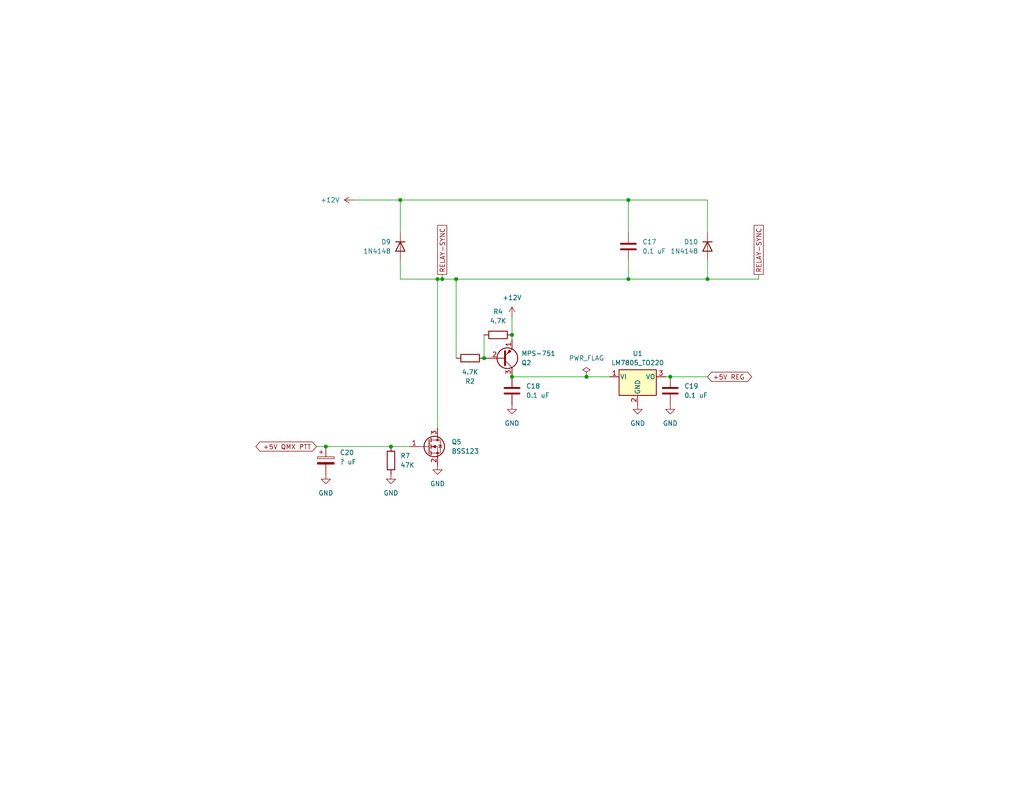
<source format=kicad_sch>
(kicad_sch (version 20231120) (generator "eeschema") (generator_version "8.0")
  (paper "USLetter")
  (title_block (title "QMX+ Amp") (date "2024-08-18") (rev "v0.7") (company "WA7GIL"))
  (lib_symbols
    (symbol "Device:C" (pin_numbers hide) (pin_names (offset 0.254))
      (property "Reference" "C" (at 0.635 2.54 0))
      (property "Value" "C" (at 0.635 -2.54 0))
      (symbol "C_0_1"
        (polyline (pts (xy -2.032 -0.762) (xy 2.032 -0.762)) (stroke (width 0.508)))
        (polyline (pts (xy -2.032 0.762) (xy 2.032 0.762)) (stroke (width 0.508)))
      )
      (symbol "C_1_1"
        (pin passive line (at 0 3.81 270) (length 2.794) (name "~") (number "1"))
        (pin passive line (at 0 -3.81 90) (length 2.794) (name "~") (number "2"))
      )
    )
    (symbol "Device:C_Polarized" (pin_numbers hide) (pin_names (offset 0.254))
      (property "Reference" "C" (at 0.635 2.54 0))
      (property "Value" "C_Polarized" (at 0.635 -2.54 0))
      (symbol "C_Polarized_0_1"
        (rectangle (start -2.286 0.508) (end 2.286 1.016))
        (polyline (pts (xy -1.778 2.286) (xy -0.762 2.286)))
        (polyline (pts (xy -1.27 2.794) (xy -1.27 1.778)))
        (rectangle (start 2.286 -0.508) (end -2.286 -1.016) (fill (type outline)))
      )
      (symbol "C_Polarized_1_1"
        (pin passive line (at 0 3.81 270) (length 2.794) (name "~") (number "1"))
        (pin passive line (at 0 -3.81 90) (length 2.794) (name "~") (number "2"))
      )
    )
    (symbol "Device:D" (pin_numbers hide) (pin_names (offset 1.016) hide)
      (property "Reference" "D" (at 0 2.54 0))
      (property "Value" "D" (at 0 -2.54 0))
      (symbol "D_0_1"
        (polyline (pts (xy -1.27 1.27) (xy -1.27 -1.27)) (stroke (width 0.254)))
        (polyline (pts (xy 1.27 0) (xy -1.27 0)))
        (polyline (pts (xy 1.27 1.27) (xy 1.27 -1.27) (xy -1.27 0) (xy 1.27 1.27)) (stroke (width 0.254)))
      )
      (symbol "D_1_1"
        (pin passive line (at -3.81 0 0) (length 2.54) (name "K") (number "1"))
        (pin passive line (at 3.81 0 180) (length 2.54) (name "A") (number "2"))
      )
    )
    (symbol "Device:R" (pin_numbers hide) (pin_names (offset 0))
      (property "Reference" "R" (at 2.032 0 90))
      (property "Value" "R" (at 0 0 90))
      (symbol "R_0_1"
        (rectangle (start -1.016 -2.54) (end 1.016 2.54) (stroke (width 0.254)))
      )
      (symbol "R_1_1"
        (pin passive line (at 0 3.81 270) (length 1.27) (name "~") (number "1"))
        (pin passive line (at 0 -3.81 90) (length 1.27) (name "~") (number "2"))
      )
    )
    (symbol "Regulator_Linear:LM7805_TO220" (pin_names (offset 0.254))
      (property "Reference" "U" (at -3.81 3.175 0))
      (property "Value" "LM7805_TO220" (at 0 3.175 0))
      (symbol "LM7805_TO220_0_1"
        (rectangle (start -5.08 1.905) (end 5.08 -5.08) (stroke (width 0.254)) (fill (type background)))
      )
      (symbol "LM7805_TO220_1_1"
        (pin power_in line (at -7.62 0 0) (length 2.54) (name "VI") (number "1"))
        (pin power_in line (at 0 -7.62 90) (length 2.54) (name "GND") (number "2"))
        (pin power_out line (at 7.62 0 180) (length 2.54) (name "VO") (number "3"))
      )
    )
    (symbol "Transistor_FET:BSS123" (pin_names hide)
      (property "Reference" "Q" (at 5.08 1.905 0))
      (property "Value" "BSS123" (at 5.08 0 0))
      (symbol "BSS123_0_1"
        (polyline (pts (xy 0.254 0) (xy -2.54 0)))
        (polyline (pts (xy 0.254 1.905) (xy 0.254 -1.905)) (stroke (width 0.254)))
        (polyline (pts (xy 0.762 -1.27) (xy 0.762 -2.286)) (stroke (width 0.254)))
        (polyline (pts (xy 0.762 0.508) (xy 0.762 -0.508)) (stroke (width 0.254)))
        (polyline (pts (xy 0.762 2.286) (xy 0.762 1.27)) (stroke (width 0.254)))
        (polyline (pts (xy 2.54 2.54) (xy 2.54 1.778)))
        (polyline (pts (xy 2.54 -2.54) (xy 2.54 0) (xy 0.762 0)))
        (polyline (pts (xy 0.762 -1.778) (xy 3.302 -1.778) (xy 3.302 1.778) (xy 0.762 1.778)))
        (polyline (pts (xy 1.016 0) (xy 2.032 0.381) (xy 2.032 -0.381) (xy 1.016 0)) (fill (type outline)))
        (polyline (pts (xy 2.794 0.508) (xy 2.921 0.381) (xy 3.683 0.381) (xy 3.81 0.254)))
        (polyline (pts (xy 3.302 0.381) (xy 2.921 -0.254) (xy 3.683 -0.254) (xy 3.302 0.381)))
        (circle (center 1.651 0) (radius 2.794) (stroke (width 0.254)))
        (circle (center 2.54 -1.778) (radius 0.254) (fill (type outline)))
        (circle (center 2.54 1.778) (radius 0.254) (fill (type outline)))
      )
      (symbol "BSS123_1_1"
        (pin input line (at -5.08 0 0) (length 2.54) (name "G") (number "1"))
        (pin passive line (at 2.54 -5.08 90) (length 2.54) (name "S") (number "2"))
        (pin passive line (at 2.54 5.08 270) (length 2.54) (name "D") (number "3"))
      )
    )
    (symbol "ZZZMyLibrary:MPS-751" (pin_names (offset 0) hide)
      (property "Reference" "Q" (at 5.08 1.27 0))
      (property "Value" "MPS-751" (at 5.08 -1.27 0))
      (symbol "MPS-751_0_1"
        (polyline (pts (xy 0.635 0.635) (xy 2.54 2.54)))
        (polyline (pts (xy 0.635 -0.635) (xy 2.54 -2.54) (xy 2.54 -2.54)))
        (polyline (pts (xy 0.635 1.905) (xy 0.635 -1.905) (xy 0.635 -1.905)) (stroke (width 0.508)))
        (polyline (pts (xy 2.286 -1.778) (xy 1.778 -2.286) (xy 1.27 -1.27) (xy 2.286 -1.778) (xy 2.286 -1.778)) (fill (type outline)))
        (circle (center 1.27 0) (radius 2.8194) (stroke (width 0.254)))
      )
      (symbol "MPS-751_1_1"
        (pin passive line (at 2.54 -5.08 90) (length 2.54) (name "E") (number "1"))
        (pin input line (at -5.08 0 0) (length 5.715) (name "B") (number "2"))
        (pin passive line (at 2.54 5.08 270) (length 2.54) (name "C") (number "3"))
      )
    )
    (symbol "power:+12V" (power) (pin_numbers hide) (pin_names (offset 0) hide)
      (property "Value" "+12V" (at 0 3.556 0))
      (symbol "+12V_0_1"
        (polyline (pts (xy -0.762 1.27) (xy 0 2.54)))
        (polyline (pts (xy 0 0) (xy 0 2.54)))
        (polyline (pts (xy 0 2.54) (xy 0.762 1.27)))
      )
      (symbol "+12V_1_1"
        (pin power_in line (at 0 0 90) (length 0) (name "~") (number "1"))
      )
    )
    (symbol "power:GND" (power) (pin_numbers hide) (pin_names (offset 0) hide)
      (property "Value" "GND" (at 0 -3.81 0))
      (symbol "GND_0_1"
        (polyline (pts (xy 0 0) (xy 0 -1.27) (xy 1.27 -1.27) (xy 0 -2.54) (xy -1.27 -1.27) (xy 0 -1.27)))
      )
      (symbol "GND_1_1"
        (pin power_in line (at 0 0 270) (length 0) (name "~") (number "1"))
      )
    )
    (symbol "power:PWR_FLAG" (power) (pin_numbers hide) (pin_names (offset 0) hide)
      (property "Value" "PWR_FLAG" (at 0 3.81 0))
      (symbol "PWR_FLAG_0_0"
        (pin power_out line (at 0 0 90) (length 0) (name "~") (number "1"))
      )
      (symbol "PWR_FLAG_0_1"
        (polyline (pts (xy 0 0) (xy 0 1.27) (xy -1.016 1.905) (xy 0 2.54) (xy 1.016 1.905) (xy 0 1.27)))
      )
    )
  )
  (junction (at 182.88 102.87))
  (junction (at 171.45 76.2))
  (junction (at 193.04 76.2))
  (junction (at 139.7 102.87))
  (junction (at 124.46 76.2))
  (junction (at 132.08 97.79))
  (junction (at 109.22 54.61))
  (junction (at 119.38 76.2))
  (junction (at 88.9 121.92))
  (junction (at 120.65 76.2))
  (junction (at 171.45 54.61))
  (junction (at 139.7 91.44))
  (junction (at 160.02 102.87))
  (junction (at 106.68 121.92))
  (wire (pts (xy 139.7 86.36) (xy 139.7 91.44)))
  (wire (pts (xy 160.02 102.87) (xy 166.37 102.87)))
  (wire (pts (xy 207.01 76.2) (xy 207.01 74.93)))
  (wire (pts (xy 109.22 76.2) (xy 119.38 76.2)))
  (wire (pts (xy 171.45 71.12) (xy 171.45 76.2)))
  (wire (pts (xy 193.04 54.61) (xy 193.04 63.5)))
  (wire (pts (xy 119.38 76.2) (xy 120.65 76.2)))
  (wire (pts (xy 96.52 54.61) (xy 109.22 54.61)))
  (wire (pts (xy 139.7 91.44) (xy 139.7 92.71)))
  (wire (pts (xy 88.9 121.92) (xy 106.68 121.92)))
  (wire (pts (xy 109.22 71.12) (xy 109.22 76.2)))
  (wire (pts (xy 139.7 102.87) (xy 160.02 102.87)))
  (wire (pts (xy 124.46 76.2) (xy 124.46 97.79)))
  (wire (pts (xy 193.04 71.12) (xy 193.04 76.2)))
  (wire (pts (xy 119.38 116.84) (xy 119.38 76.2)))
  (wire (pts (xy 171.45 54.61) (xy 193.04 54.61)))
  (wire (pts (xy 182.88 102.87) (xy 193.04 102.87)))
  (wire (pts (xy 193.04 76.2) (xy 207.01 76.2)))
  (wire (pts (xy 109.22 54.61) (xy 171.45 54.61)))
  (wire (pts (xy 120.65 76.2) (xy 124.46 76.2)))
  (wire (pts (xy 86.36 121.92) (xy 88.9 121.92)))
  (wire (pts (xy 109.22 63.5) (xy 109.22 54.61)))
  (wire (pts (xy 106.68 121.92) (xy 111.76 121.92)))
  (wire (pts (xy 132.08 91.44) (xy 132.08 97.79)))
  (wire (pts (xy 182.88 102.87) (xy 181.61 102.87)))
  (wire (pts (xy 171.45 76.2) (xy 193.04 76.2)))
  (wire (pts (xy 120.65 74.93) (xy 120.65 76.2)))
  (wire (pts (xy 171.45 63.5) (xy 171.45 54.61)))
  (wire (pts (xy 171.45 76.2) (xy 124.46 76.2)))
  (global_label "RELAY-SYNC" (shape passive) (at 207.01 74.93 90) (property "Intersheetrefs" "${INTERSHEET_REFS}" (effects (hide yes))))
  (global_label "+5V REG" (shape bidirectional) (at 193.04 102.87 0) (property "Intersheetrefs" "${INTERSHEET_REFS}" (effects (hide yes))))
  (global_label "RELAY-SYNC" (shape passive) (at 120.65 74.93 90) (property "Intersheetrefs" "${INTERSHEET_REFS}" (effects (hide yes))))
  (global_label "+5V QMX PTT" (shape bidirectional) (at 86.36 121.92 180) (property "Intersheetrefs" "${INTERSHEET_REFS}" (effects (hide yes))))
  (symbol (lib_id "Device:R") (at 106.68 125.73 0) (unit 1)
    (property "Reference" "R7" (at 109.22 124.4599 0) (effects (justify left)))
    (property "Value" "47K" (at 109.22 126.9999 0) (effects (justify left)))
    (property "Footprint" "Resistor_THT:R_Axial_DIN0309_L9.0mm_D3.2mm_P12.70mm_Horizontal" (effects (hide yes)))
    (property "Description" "Resistor" (effects (hide yes)))
  )
  (symbol (lib_id "Device:R") (at 135.89 91.44 90) (unit 1)
    (property "Reference" "R4" (at 135.89 85.09 90))
    (property "Value" "4.7K" (at 135.89 87.63 90))
    (property "Footprint" "Resistor_THT:R_Axial_DIN0309_L9.0mm_D3.2mm_P12.70mm_Horizontal" (effects (hide yes)))
    (property "Description" "Resistor" (effects (hide yes)))
  )
  (symbol (lib_id "power:GND") (at 106.68 129.54 0) (unit 1)
    (property "Reference" "#PWR028" (effects (hide yes)))
    (property "Value" "GND" (at 106.68 134.62 0))
    (property "Description" "Power symbol creates a global label with name \"GND\" , ground" (effects (hide yes)))
  )
  (symbol (lib_id "Device:C") (at 139.7 106.68 0) (unit 1)
    (property "Reference" "C18" (at 143.51 105.4099 0) (effects (justify left)))
    (property "Value" "0.1 uF" (at 143.51 107.9499 0) (effects (justify left)))
    (property "Footprint" "ZZZMyLibrary:C_Disc_D11.0mm_W4.0mm_P5.00mm" (effects (hide yes)))
    (property "Description" "Unpolarized capacitor" (effects (hide yes)))
  )
  (symbol (lib_id "power:PWR_FLAG") (at 160.02 102.87 0) (unit 1)
    (property "Reference" "#FLG06" (effects (hide yes)))
    (property "Value" "PWR_FLAG" (at 160.02 97.79 0))
    (property "Description" "Special symbol for telling ERC where power comes from" (effects (hide yes)))
  )
  (symbol (lib_id "Device:D") (at 193.04 67.31 90) (mirror x) (unit 1)
    (property "Reference" "D10" (at 190.5 66.0399 90) (effects (justify left)))
    (property "Value" "1N4148" (at 190.5 68.5799 90) (effects (justify left)))
    (property "Footprint" "Diode_THT:D_DO-34_SOD68_P7.62mm_Horizontal" (effects (hide yes)))
    (property "Datasheet" "1N4148" (effects (hide yes)))
    (property "Description" "Diode" (effects (hide yes)))
    (property "Sim.Device" "D" (effects (hide yes)))
    (property "Sim.Pins" "1=K 2=A" (effects (hide yes)))
  )
  (symbol (lib_id "power:GND") (at 173.99 110.49 0) (unit 1)
    (property "Reference" "#PWR026" (effects (hide yes)))
    (property "Value" "GND" (at 173.99 115.57 0))
    (property "Description" "Power symbol creates a global label with name \"GND\" , ground" (effects (hide yes)))
  )
  (symbol (lib_id "Device:C_Polarized") (at 88.9 125.73 0) (unit 1)
    (property "Reference" "C20" (at 92.71 123.5709 0) (effects (justify left)))
    (property "Value" "? uF" (at 92.71 126.1109 0) (effects (justify left)))
    (property "Footprint" "ZZZMyLibrary:C_Disc_D11.0mm_W4.0mm_P5.00mm" (effects (hide yes)))
    (property "Description" "Polarized capacitor" (effects (hide yes)))
  )
  (symbol (lib_id "power:GND") (at 119.38 127 0) (unit 1)
    (property "Reference" "#PWR029" (effects (hide yes)))
    (property "Value" "GND" (at 119.38 132.08 0))
    (property "Description" "Power symbol creates a global label with name \"GND\" , ground" (effects (hide yes)))
  )
  (symbol (lib_id "Regulator_Linear:LM7805_TO220") (at 173.99 102.87 0) (unit 1)
    (property "Reference" "U1" (at 173.99 96.52 0))
    (property "Value" "LM7805_TO220" (at 173.99 99.06 0))
    (property "Footprint" "Package_TO_SOT_THT:TO-220-3_Vertical" (effects (hide yes)))
    (property "Datasheet" "https://www.onsemi.cn/PowerSolutions/document/MC7800-D.PDF" (effects (hide yes)))
    (property "Description" "Positive 1A 35V Linear Regulator, Fixed Output 5V, TO-220" (effects (hide yes)))
  )
  (symbol (lib_id "power:GND") (at 139.7 110.49 0) (unit 1)
    (property "Reference" "#PWR024" (effects (hide yes)))
    (property "Value" "GND" (at 139.7 115.57 0))
    (property "Description" "Power symbol creates a global label with name \"GND\" , ground" (effects (hide yes)))
  )
  (symbol (lib_id "power:+12V") (at 96.52 54.61 90) (unit 1)
    (property "Reference" "#PWR032" (effects (hide yes)))
    (property "Value" "+12V" (at 92.71 54.6099 90) (effects (justify left)))
    (property "Description" "Power symbol creates a global label with name \"+12V\"" (effects (hide yes)))
  )
  (symbol (lib_id "Device:D") (at 109.22 67.31 90) (mirror x) (unit 1)
    (property "Reference" "D9" (at 106.68 66.0399 90) (effects (justify left)))
    (property "Value" "1N4148" (at 106.68 68.5799 90) (effects (justify left)))
    (property "Footprint" "Diode_THT:D_DO-34_SOD68_P7.62mm_Horizontal" (effects (hide yes)))
    (property "Datasheet" "1N4148" (effects (hide yes)))
    (property "Description" "Diode" (effects (hide yes)))
    (property "Sim.Device" "D" (effects (hide yes)))
    (property "Sim.Pins" "1=K 2=A" (effects (hide yes)))
  )
  (symbol (lib_id "power:GND") (at 182.88 110.49 0) (unit 1)
    (property "Reference" "#PWR025" (effects (hide yes)))
    (property "Value" "GND" (at 182.88 115.57 0))
    (property "Description" "Power symbol creates a global label with name \"GND\" , ground" (effects (hide yes)))
  )
  (symbol (lib_id "power:GND") (at 88.9 129.54 0) (unit 1)
    (property "Reference" "#PWR027" (effects (hide yes)))
    (property "Value" "GND" (at 88.9 134.62 0))
    (property "Description" "Power symbol creates a global label with name \"GND\" , ground" (effects (hide yes)))
  )
  (symbol (lib_id "Device:C") (at 182.88 106.68 0) (unit 1)
    (property "Reference" "C19" (at 186.69 105.4099 0) (effects (justify left)))
    (property "Value" "0.1 uF" (at 186.69 107.9499 0) (effects (justify left)))
    (property "Footprint" "ZZZMyLibrary:C_Disc_D11.0mm_W4.0mm_P5.00mm" (effects (hide yes)))
    (property "Description" "Unpolarized capacitor" (effects (hide yes)))
  )
  (symbol (lib_id "ZZZMyLibrary:MPS-751") (at 137.16 97.79 0) (mirror x) (unit 1)
    (property "Reference" "Q2" (at 142.24 99.0601 0) (effects (justify left)))
    (property "Value" "MPS-751" (at 142.24 96.5201 0) (effects (justify left)))
    (property "Footprint" "Package_TO_SOT_THT:TO-92" (effects (hide yes)))
    (property "Description" "PNP transistor, emitter/base/collector" (effects (hide yes)))
  )
  (symbol (lib_id "Device:R") (at 128.27 97.79 90) (mirror x) (unit 1)
    (property "Reference" "R2" (at 128.27 104.14 90))
    (property "Value" "4.7K" (at 128.27 101.6 90))
    (property "Footprint" "Resistor_THT:R_Axial_DIN0309_L9.0mm_D3.2mm_P12.70mm_Horizontal" (effects (hide yes)))
    (property "Description" "Resistor" (effects (hide yes)))
  )
  (symbol (lib_id "power:+12V") (at 139.7 86.36 0) (unit 1)
    (property "Reference" "#PWR031" (effects (hide yes)))
    (property "Value" "+12V" (at 139.7 81.28 0))
    (property "Description" "Power symbol creates a global label with name \"+12V\"" (effects (hide yes)))
  )
  (symbol (lib_id "Device:C") (at 171.45 67.31 0) (unit 1)
    (property "Reference" "C17" (at 175.26 66.0399 0) (effects (justify left)))
    (property "Value" "0.1 uF" (at 175.26 68.5799 0) (effects (justify left)))
    (property "Footprint" "ZZZMyLibrary:C_Disc_D11.0mm_W4.0mm_P5.00mm" (effects (hide yes)))
    (property "Description" "Unpolarized capacitor" (effects (hide yes)))
  )
  (symbol (lib_id "Transistor_FET:BSS123") (at 116.84 121.92 0) (unit 1)
    (property "Reference" "Q5" (at 123.19 120.6499 0) (effects (justify left)))
    (property "Value" "BSS123" (at 123.19 123.1899 0) (effects (justify left)))
    (property "Footprint" "Package_TO_SOT_SMD:SOT-23" (effects (hide yes)))
    (property "Datasheet" "http://www.diodes.com/assets/Datasheets/ds30366.pdf" (effects (hide yes)))
    (property "Description" "0.17A Id, 100V Vds, N-Channel MOSFET, SOT-23" (effects (hide yes)))
  )
)
</source>
